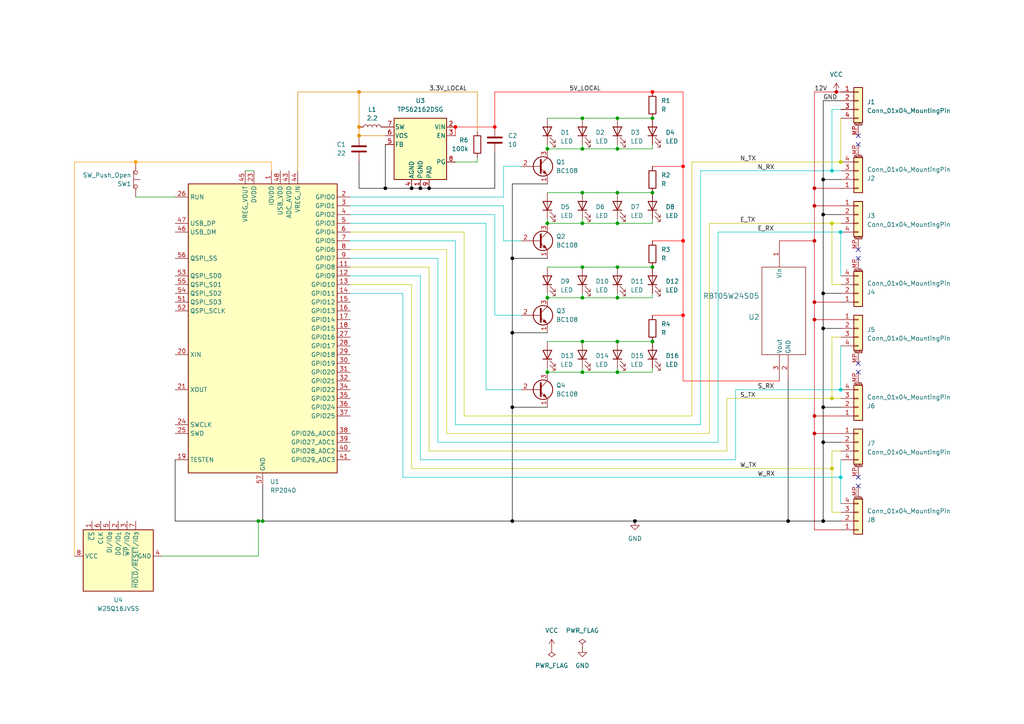
<source format=kicad_sch>
(kicad_sch (version 20250114) (generator "eeschema") (generator_version "9.0")
  (paper "A4")
  (title_block (date "2025-11-03") (rev "v0.0.1"))
  (lib_symbols
    (symbol "2025-11-06_01-25-23:RBT05W24S05" (pin_names (offset 0.254))
      (property "Reference" "U2" (at 20.32 10.16 0))
      (property "Value" "RBT05W24S05" (at 20.32 7.62 0))
      (symbol "RBT05W24S05_0_1"
        (polyline (pts (xy 7.62 5.08) (xy 7.62 -7.62)))
        (polyline (pts (xy 7.62 -7.62) (xy 33.02 -7.62)))
        (polyline (pts (xy 33.02 5.08) (xy 7.62 5.08)))
        (polyline (pts (xy 33.02 -7.62) (xy 33.02 5.08)))
      )
      (symbol "RBT05W24S05_1_1"
        (pin power_in line (at 0 0 0) (length 7.62) (name "Vin") (number "1"))
        (pin power_in line (at 40.64 0 180) (length 7.62) (name "Vout") (number "3"))
        (pin power_out line (at 40.64 -2.54 180) (length 7.62) (name "GND") (number "2"))
      )
    )
    (symbol "Connector_Generic_MountingPin:Conn_01x04_MountingPin" (pin_names (offset 1.016) (hide yes))
      (property "Reference" "J" (at 0 5.08 0))
      (property "Value" "Conn_01x04_MountingPin" (at 1.27 -7.62 0))
      (symbol "Conn_01x04_MountingPin_1_1"
        (rectangle (start -1.27 3.81) (end 1.27 -6.35) (stroke (width 0.254)) (fill (type background)))
        (rectangle (start -1.27 2.667) (end 0 2.413) (stroke (width 0.1524)))
        (rectangle (start -1.27 0.127) (end 0 -0.127) (stroke (width 0.1524)))
        (rectangle (start -1.27 -2.413) (end 0 -2.667) (stroke (width 0.1524)))
        (rectangle (start -1.27 -4.953) (end 0 -5.207) (stroke (width 0.1524)))
        (polyline (pts (xy -1.016 -7.112) (xy 1.016 -7.112)) (stroke (width 0.1524)))
        (text "Mounting" (at 0 -6.731 0) (effects (font (size 0.381 0.381))))
        (pin passive line (at -5.08 2.54 0) (length 3.81) (name "Pin_1") (number "1"))
        (pin passive line (at -5.08 0 0) (length 3.81) (name "Pin_2") (number "2"))
        (pin passive line (at -5.08 -2.54 0) (length 3.81) (name "Pin_3") (number "3"))
        (pin passive line (at -5.08 -5.08 0) (length 3.81) (name "Pin_4") (number "4"))
        (pin passive line (at 0 -10.16 90) (length 3.048) (name "MountPin") (number "MP"))
      )
    )
    (symbol "Device:C" (pin_numbers (hide yes)) (pin_names (offset 0.254))
      (property "Reference" "C" (at 0.635 2.54 0))
      (property "Value" "C" (at 0.635 -2.54 0))
      (symbol "C_0_1"
        (polyline (pts (xy -2.032 0.762) (xy 2.032 0.762)) (stroke (width 0.508)))
        (polyline (pts (xy -2.032 -0.762) (xy 2.032 -0.762)) (stroke (width 0.508)))
      )
      (symbol "C_1_1"
        (pin passive line (at 0 3.81 270) (length 2.794) (name "~") (number "1"))
        (pin passive line (at 0 -3.81 90) (length 2.794) (name "~") (number "2"))
      )
    )
    (symbol "Device:L" (pin_numbers (hide yes)) (pin_names (offset 1.016) (hide yes))
      (property "Reference" "L" (at -1.27 0 90))
      (property "Value" "L" (at 1.905 0 90))
      (symbol "L_0_1"
        (arc (start 0 2.54) (mid 0.6323 1.905) (end 0 1.27))
        (arc (start 0 1.27) (mid 0.6323 0.635) (end 0 0))
        (arc (start 0 0) (mid 0.6323 -0.635) (end 0 -1.27))
        (arc (start 0 -1.27) (mid 0.6323 -1.905) (end 0 -2.54))
      )
      (symbol "L_1_1"
        (pin passive line (at 0 3.81 270) (length 1.27) (name "1") (number "1"))
        (pin passive line (at 0 -3.81 90) (length 1.27) (name "2") (number "2"))
      )
    )
    (symbol "Device:LED" (pin_numbers (hide yes)) (pin_names (offset 1.016) (hide yes))
      (property "Reference" "D" (at 0 2.54 0))
      (property "Value" "LED" (at 0 -2.54 0))
      (symbol "LED_0_1"
        (polyline (pts (xy -3.048 -0.762) (xy -4.572 -2.286) (xy -3.81 -2.286) (xy -4.572 -2.286) (xy -4.572 -1.524)))
        (polyline (pts (xy -1.778 -0.762) (xy -3.302 -2.286) (xy -2.54 -2.286) (xy -3.302 -2.286) (xy -3.302 -1.524)))
        (polyline (pts (xy -1.27 0) (xy 1.27 0)))
        (polyline (pts (xy -1.27 -1.27) (xy -1.27 1.27)) (stroke (width 0.254)))
        (polyline (pts (xy 1.27 -1.27) (xy 1.27 1.27) (xy -1.27 0) (xy 1.27 -1.27)) (stroke (width 0.254)))
      )
      (symbol "LED_1_1"
        (pin passive line (at -3.81 0 0) (length 2.54) (name "K") (number "1"))
        (pin passive line (at 3.81 0 180) (length 2.54) (name "A") (number "2"))
      )
    )
    (symbol "Device:R" (pin_numbers (hide yes)) (pin_names (offset 0))
      (property "Reference" "R" (at 2.032 0 90))
      (property "Value" "R" (at 0 0 90))
      (symbol "R_0_1"
        (rectangle (start -1.016 -2.54) (end 1.016 2.54) (stroke (width 0.254)))
      )
      (symbol "R_1_1"
        (pin passive line (at 0 3.81 270) (length 1.27) (name "~") (number "1"))
        (pin passive line (at 0 -3.81 90) (length 1.27) (name "~") (number "2"))
      )
    )
    (symbol "MCU_RaspberryPi:RP2040"
      (property "Reference" "U" (at 17.78 45.72 0))
      (property "Value" "RP2040" (at 17.78 43.18 0))
      (symbol "RP2040_0_1"
        (rectangle (start -21.59 41.91) (end 21.59 -41.91) (stroke (width 0.254)) (fill (type background)))
      )
      (symbol "RP2040_1_1"
        (pin input line (at -25.4 38.1 0) (length 3.81) (name "RUN") (number "26"))
        (pin bidirectional line (at -25.4 30.48 0) (length 3.81) (name "USB_DP") (number "47"))
        (pin bidirectional line (at -25.4 27.94 0) (length 3.81) (name "USB_DM") (number "46"))
        (pin bidirectional line (at -25.4 20.32 0) (length 3.81) (name "QSPI_SS") (number "56"))
        (pin bidirectional line (at -25.4 15.24 0) (length 3.81) (name "QSPI_SD0") (number "53"))
        (pin bidirectional line (at -25.4 12.7 0) (length 3.81) (name "QSPI_SD1") (number "55"))
        (pin bidirectional line (at -25.4 10.16 0) (length 3.81) (name "QSPI_SD2") (number "54"))
        (pin bidirectional line (at -25.4 7.62 0) (length 3.81) (name "QSPI_SD3") (number "51"))
        (pin output line (at -25.4 5.08 0) (length 3.81) (name "QSPI_SCLK") (number "52"))
        (pin input line (at -25.4 -7.62 0) (length 3.81) (name "XIN") (number "20"))
        (pin passive line (at -25.4 -17.78 0) (length 3.81) (name "XOUT") (number "21"))
        (pin input line (at -25.4 -27.94 0) (length 3.81) (name "SWCLK") (number "24"))
        (pin bidirectional line (at -25.4 -30.48 0) (length 3.81) (name "SWD") (number "25"))
        (pin input line (at -25.4 -38.1 0) (length 3.81) (name "TESTEN") (number "19"))
        (pin power_out line (at -5.08 45.72 270) (length 3.81) (name "VREG_VOUT") (number "45"))
        (pin power_in line (at -2.54 45.72 270) (length 3.81) (name "DVDD") (number "23"))
        (pin passive line (at -2.54 45.72 270) (length 3.81) (hide yes) (name "DVDD") (number "50"))
        (pin power_in line (at 0 -45.72 90) (length 3.81) (name "GND") (number "57"))
        (pin power_in line (at 2.54 45.72 270) (length 3.81) (name "IOVDD") (number "1"))
        (pin passive line (at 2.54 45.72 270) (length 3.81) (hide yes) (name "IOVDD") (number "10"))
        (pin passive line (at 2.54 45.72 270) (length 3.81) (hide yes) (name "IOVDD") (number "22"))
        (pin passive line (at 2.54 45.72 270) (length 3.81) (hide yes) (name "IOVDD") (number "33"))
        (pin passive line (at 2.54 45.72 270) (length 3.81) (hide yes) (name "IOVDD") (number "42"))
        (pin passive line (at 2.54 45.72 270) (length 3.81) (hide yes) (name "IOVDD") (number "49"))
        (pin power_in line (at 5.08 45.72 270) (length 3.81) (name "USB_VDD") (number "48"))
        (pin power_in line (at 7.62 45.72 270) (length 3.81) (name "ADC_AVDD") (number "43"))
        (pin power_in line (at 10.16 45.72 270) (length 3.81) (name "VREG_IN") (number "44"))
        (pin bidirectional line (at 25.4 38.1 180) (length 3.81) (name "GPIO0") (number "2"))
        (pin bidirectional line (at 25.4 35.56 180) (length 3.81) (name "GPIO1") (number "3"))
        (pin bidirectional line (at 25.4 33.02 180) (length 3.81) (name "GPIO2") (number "4"))
        (pin bidirectional line (at 25.4 30.48 180) (length 3.81) (name "GPIO3") (number "5"))
        (pin bidirectional line (at 25.4 27.94 180) (length 3.81) (name "GPIO4") (number "6"))
        (pin bidirectional line (at 25.4 25.4 180) (length 3.81) (name "GPIO5") (number "7"))
        (pin bidirectional line (at 25.4 22.86 180) (length 3.81) (name "GPIO6") (number "8"))
        (pin bidirectional line (at 25.4 20.32 180) (length 3.81) (name "GPIO7") (number "9"))
        (pin bidirectional line (at 25.4 17.78 180) (length 3.81) (name "GPIO8") (number "11"))
        (pin bidirectional line (at 25.4 15.24 180) (length 3.81) (name "GPIO9") (number "12"))
        (pin bidirectional line (at 25.4 12.7 180) (length 3.81) (name "GPIO10") (number "13"))
        (pin bidirectional line (at 25.4 10.16 180) (length 3.81) (name "GPIO11") (number "14"))
        (pin bidirectional line (at 25.4 7.62 180) (length 3.81) (name "GPIO12") (number "15"))
        (pin bidirectional line (at 25.4 5.08 180) (length 3.81) (name "GPIO13") (number "16"))
        (pin bidirectional line (at 25.4 2.54 180) (length 3.81) (name "GPIO14") (number "17"))
        (pin bidirectional line (at 25.4 0 180) (length 3.81) (name "GPIO15") (number "18"))
        (pin bidirectional line (at 25.4 -2.54 180) (length 3.81) (name "GPIO16") (number "27"))
        (pin bidirectional line (at 25.4 -5.08 180) (length 3.81) (name "GPIO17") (number "28"))
        (pin bidirectional line (at 25.4 -7.62 180) (length 3.81) (name "GPIO18") (number "29"))
        (pin bidirectional line (at 25.4 -10.16 180) (length 3.81) (name "GPIO19") (number "30"))
        (pin bidirectional line (at 25.4 -12.7 180) (length 3.81) (name "GPIO20") (number "31"))
        (pin bidirectional line (at 25.4 -15.24 180) (length 3.81) (name "GPIO21") (number "32"))
        (pin bidirectional line (at 25.4 -17.78 180) (length 3.81) (name "GPIO22") (number "34"))
        (pin bidirectional line (at 25.4 -20.32 180) (length 3.81) (name "GPIO23") (number "35"))
        (pin bidirectional line (at 25.4 -22.86 180) (length 3.81) (name "GPIO24") (number "36"))
        (pin bidirectional line (at 25.4 -25.4 180) (length 3.81) (name "GPIO25") (number "37"))
        (pin bidirectional line (at 25.4 -30.48 180) (length 3.81) (name "GPIO26_ADC0") (number "38"))
        (pin bidirectional line (at 25.4 -33.02 180) (length 3.81) (name "GPIO27_ADC1") (number "39"))
        (pin bidirectional line (at 25.4 -35.56 180) (length 3.81) (name "GPIO28_ADC2") (number "40"))
        (pin bidirectional line (at 25.4 -38.1 180) (length 3.81) (name "GPIO29_ADC3") (number "41"))
      )
    )
    (symbol "Memory_Flash:W25Q16JVSS"
      (property "Reference" "U" (at -6.35 11.43 0))
      (property "Value" "W25Q16JVSS" (at 7.62 11.43 0))
      (symbol "W25Q16JVSS_0_1"
        (rectangle (start -7.62 10.16) (end 10.16 -10.16) (stroke (width 0.254)) (fill (type background)))
      )
      (symbol "W25Q16JVSS_1_1"
        (pin input line (at -10.16 7.62 0) (length 2.54) (name "~{CS}") (number "1"))
        (pin input line (at -10.16 5.08 0) (length 2.54) (name "CLK") (number "6"))
        (pin bidirectional line (at -10.16 2.54 0) (length 2.54) (name "DI/IO_{0}") (number "5"))
        (pin bidirectional line (at -10.16 0 0) (length 2.54) (name "DO/IO_{1}") (number "2"))
        (pin bidirectional line (at -10.16 -2.54 0) (length 2.54) (name "~{WP}/IO_{2}") (number "3"))
        (pin bidirectional line (at -10.16 -5.08 0) (length 2.54) (name "~{HOLD}/~{RESET}/IO_{3}") (number "7"))
        (pin power_in line (at 0 12.7 270) (length 2.54) (name "VCC") (number "8"))
        (pin power_in line (at 0 -12.7 90) (length 2.54) (name "GND") (number "4"))
      )
    )
    (symbol "Regulator_Switching:TPS62162DSG" (pin_names (offset 0.254))
      (property "Reference" "U" (at -7.62 11.43 0))
      (property "Value" "TPS62162DSG" (at -1.27 11.43 0))
      (symbol "TPS62162DSG_0_1"
        (rectangle (start -7.62 10.16) (end 7.62 -7.62) (stroke (width 0.254)) (fill (type background)))
      )
      (symbol "TPS62162DSG_1_1"
        (pin power_in line (at -10.16 7.62 0) (length 2.54) (name "VIN") (number "2"))
        (pin input line (at -10.16 5.08 0) (length 2.54) (name "EN") (number "3"))
        (pin open_collector line (at -10.16 -2.54 0) (length 2.54) (name "PG") (number "8"))
        (pin power_in line (at -2.54 -10.16 90) (length 2.54) (name "PAD") (number "9"))
        (pin power_in line (at 0 -10.16 90) (length 2.54) (name "PGND") (number "1"))
        (pin power_in line (at 2.54 -10.16 90) (length 2.54) (name "AGND") (number "4"))
        (pin output line (at 10.16 7.62 180) (length 2.54) (name "SW") (number "7"))
        (pin input line (at 10.16 5.08 180) (length 2.54) (name "VOS") (number "6"))
        (pin input line (at 10.16 2.54 180) (length 2.54) (name "FB") (number "5"))
      )
    )
    (symbol "Switch:SW_Push_Open" (pin_numbers (hide yes)) (pin_names (offset 1.016) (hide yes))
      (property "Reference" "SW" (at 0 2.54 0))
      (property "Value" "SW_Push_Open" (at 0 -1.905 0))
      (symbol "SW_Push_Open_0_1"
        (polyline (pts (xy -2.54 -0.635) (xy 2.54 -0.635)))
        (circle (center -2.032 0) (radius 0.508))
        (polyline (pts (xy 0 -0.635) (xy 0 1.27)))
        (circle (center 2.032 0) (radius 0.508))
        (pin passive line (at -5.08 0 0) (length 2.54) (name "A") (number "1"))
      )
      (symbol "SW_Push_Open_1_1"
        (pin passive line (at 5.08 0 180) (length 2.54) (name "B") (number "2"))
      )
    )
    (symbol "Transistor_BJT:BC108" (pin_names (offset 0) (hide yes))
      (property "Reference" "Q" (at 5.08 1.905 0))
      (property "Value" "BC108" (at 5.08 0 0))
      (symbol "BC108_0_1"
        (polyline (pts (xy -2.54 0) (xy 0.635 0)))
        (polyline (pts (xy 0.635 1.905) (xy 0.635 -1.905)) (stroke (width 0.508)))
        (circle (center 1.27 0) (radius 2.8194) (stroke (width 0.254)))
      )
      (symbol "BC108_1_1"
        (polyline (pts (xy 0.635 0.635) (xy 2.54 2.54)))
        (polyline (pts (xy 0.635 -0.635) (xy 2.54 -2.54)))
        (polyline (pts (xy 1.27 -1.778) (xy 1.778 -1.27) (xy 2.286 -2.286) (xy 1.27 -1.778)) (fill (type outline)))
        (pin input line (at -5.08 0 0) (length 2.54) (name "B") (number "2"))
        (pin passive line (at 2.54 5.08 270) (length 2.54) (name "C") (number "3"))
        (pin passive line (at 2.54 -5.08 90) (length 2.54) (name "E") (number "1"))
      )
    )
    (symbol "power:GND" (power) (pin_numbers (hide yes)) (pin_names (offset 0) (hide yes))
      (property "Value" "GND" (at 0 -3.81 0))
      (symbol "GND_0_1"
        (polyline (pts (xy 0 0) (xy 0 -1.27) (xy 1.27 -1.27) (xy 0 -2.54) (xy -1.27 -1.27) (xy 0 -1.27)))
      )
      (symbol "GND_1_1"
        (pin power_in line (at 0 0 270) (length 0) (name "~") (number "1"))
      )
    )
    (symbol "power:PWR_FLAG" (power) (pin_numbers (hide yes)) (pin_names (offset 0) (hide yes))
      (property "Value" "PWR_FLAG" (at 0 3.81 0))
      (symbol "PWR_FLAG_0_0"
        (pin power_out line (at 0 0 90) (length 0) (name "~") (number "1"))
      )
      (symbol "PWR_FLAG_0_1"
        (polyline (pts (xy 0 0) (xy 0 1.27) (xy -1.016 1.905) (xy 0 2.54) (xy 1.016 1.905) (xy 0 1.27)))
      )
    )
    (symbol "power:VCC" (power) (pin_numbers (hide yes)) (pin_names (offset 0) (hide yes))
      (property "Value" "VCC" (at 0 3.556 0))
      (symbol "VCC_0_1"
        (polyline (pts (xy -0.762 1.27) (xy 0 2.54)))
        (polyline (pts (xy 0 2.54) (xy 0.762 1.27)))
        (polyline (pts (xy 0 0) (xy 0 2.54)))
      )
      (symbol "VCC_1_1"
        (pin power_in line (at 0 0 90) (length 0) (name "~") (number "1"))
      )
    )
  )
  (junction (at 132.08 36.83) (color 255 0 0 1))
  (junction (at 238.76 85.09) (color 0 0 0 1))
  (junction (at 243.84 138.43) (color 0 194 194 1))
  (junction (at 168.91 77.47))
  (junction (at 158.75 43.18))
  (junction (at 74.93 151.13))
  (junction (at 179.07 55.88))
  (junction (at 228.6 151.13) (color 0 0 0 1))
  (junction (at 104.14 26.67) (color 221 133 0 1))
  (junction (at 184.15 151.13) (color 0 0 0 1))
  (junction (at 236.22 59.69) (color 194 0 0 1))
  (junction (at 179.07 86.36))
  (junction (at 189.23 77.47))
  (junction (at 119.38 54.61) (color 0 0 0 1))
  (junction (at 236.22 92.71) (color 194 0 0 1))
  (junction (at 238.76 128.27) (color 0 0 0 1))
  (junction (at 238.76 52.07) (color 0 0 0 1))
  (junction (at 148.59 118.11) (color 0 0 0 1))
  (junction (at 168.91 34.29))
  (junction (at 238.76 62.23) (color 0 0 0 1))
  (junction (at 189.23 34.29))
  (junction (at 179.07 34.29))
  (junction (at 238.76 118.11) (color 0 0 0 1))
  (junction (at 104.14 36.83) (color 221 133 0 1))
  (junction (at 158.75 107.95))
  (junction (at 236.22 125.73) (color 194 0 0 1))
  (junction (at 236.22 87.63) (color 194 0 0 1))
  (junction (at 236.22 69.85) (color 194 0 0 1))
  (junction (at 168.91 107.95))
  (junction (at 179.07 77.47))
  (junction (at 179.07 64.77))
  (junction (at 39.37 46.99) (color 255 153 0 1))
  (junction (at 241.3 135.89) (color 194 194 0 1))
  (junction (at 198.12 91.44) (color 255 0 0 1))
  (junction (at 168.91 55.88))
  (junction (at 168.91 64.77))
  (junction (at 179.07 107.95))
  (junction (at 189.23 26.67) (color 255 0 0 1))
  (junction (at 148.59 151.13) (color 0 0 0 1))
  (junction (at 198.12 69.85) (color 255 0 0 1))
  (junction (at 241.3 64.77) (color 194 194 0 1))
  (junction (at 179.07 43.18))
  (junction (at 241.3 115.57) (color 194 194 0 1))
  (junction (at 236.22 54.61) (color 194 0 0 1))
  (junction (at 76.2 151.13))
  (junction (at 104.14 39.37) (color 221 133 0 1))
  (junction (at 236.22 120.65) (color 194 0 0 1))
  (junction (at 168.91 43.18))
  (junction (at 238.76 151.13) (color 0 0 0 1))
  (junction (at 143.51 36.83) (color 255 0 0 1))
  (junction (at 189.23 55.88))
  (junction (at 179.07 99.06))
  (junction (at 242.57 26.67) (color 194 0 0 1))
  (junction (at 198.12 48.26) (color 255 0 0 1))
  (junction (at 124.46 54.61) (color 0 0 0 1))
  (junction (at 158.75 64.77))
  (junction (at 148.59 96.52) (color 0 0 0 1))
  (junction (at 168.91 86.36))
  (junction (at 243.84 67.31) (color 0 194 194 1))
  (junction (at 158.75 86.36))
  (junction (at 168.91 99.06))
  (junction (at 189.23 99.06))
  (junction (at 111.76 54.61) (color 0 0 0 1))
  (junction (at 241.3 49.53) (color 0 194 194 1))
  (junction (at 243.84 113.03) (color 0 194 194 1))
  (junction (at 243.84 46.99) (color 194 194 0 1))
  (junction (at 121.92 54.61) (color 0 0 0 1))
  (junction (at 148.59 74.93) (color 0 0 0 1))
  (junction (at 238.76 95.25) (color 0 0 0 1))
  (no_connect (at 248.92 107.95))
  (no_connect (at 248.92 72.39))
  (no_connect (at 248.92 105.41))
  (no_connect (at 248.92 138.43))
  (no_connect (at 248.92 41.91))
  (no_connect (at 248.92 74.93))
  (no_connect (at 248.92 39.37))
  (no_connect (at 248.92 140.97))
  (wire (pts (xy 210.82 115.57) (xy 241.3 115.57)) (stroke (width 0) (color 194 194 0 1)))
  (wire (pts (xy 143.51 91.44) (xy 143.51 62.23)) (stroke (width 0) (color 0 194 194 1)))
  (wire (pts (xy 127 74.93) (xy 127 128.27)) (stroke (width 0) (color 0 194 194 1)))
  (wire (pts (xy 184.15 151.13) (xy 228.6 151.13)) (stroke (width 0) (color 0 0 0 1)))
  (wire (pts (xy 146.05 59.69) (xy 146.05 69.85)) (stroke (width 0) (color 0 194 194 1)))
  (wire (pts (xy 189.23 86.36) (xy 189.23 85.09)))
  (wire (pts (xy 241.3 49.53) (xy 243.84 49.53)) (stroke (width 0) (color 0 194 194 1)))
  (wire (pts (xy 198.12 69.85) (xy 198.12 91.44)) (stroke (width 0) (color 255 0 0 1)))
  (wire (pts (xy 243.84 138.43) (xy 116.84 138.43)) (stroke (width 0) (color 0 194 194 1)))
  (wire (pts (xy 168.91 64.77) (xy 179.07 64.77)))
  (wire (pts (xy 238.76 85.09) (xy 238.76 95.25)) (stroke (width 0) (color 0 0 0 1)))
  (wire (pts (xy 236.22 92.71) (xy 243.84 92.71)) (stroke (width 0) (color 194 0 0 1)))
  (wire (pts (xy 213.36 133.35) (xy 121.92 133.35)) (stroke (width 0) (color 0 194 194 1)))
  (wire (pts (xy 236.22 87.63) (xy 236.22 92.71)) (stroke (width 0) (color 194 0 0 1)))
  (wire (pts (xy 71.12 49.53) (xy 73.66 49.53)))
  (wire (pts (xy 129.54 125.73) (xy 129.54 72.39)) (stroke (width 0) (color 194 194 0 1)))
  (wire (pts (xy 189.23 107.95) (xy 189.23 106.68)))
  (wire (pts (xy 238.76 85.09) (xy 243.84 85.09)) (stroke (width 0) (color 0 0 0 1)))
  (wire (pts (xy 236.22 120.65) (xy 243.84 120.65)) (stroke (width 0) (color 194 0 0 1)))
  (wire (pts (xy 158.75 55.88) (xy 168.91 55.88)))
  (wire (pts (xy 148.59 118.11) (xy 148.59 151.13)) (stroke (width 0) (color 0 0 0 1)))
  (wire (pts (xy 179.07 41.91) (xy 179.07 43.18)))
  (wire (pts (xy 179.07 34.29) (xy 189.23 34.29)))
  (wire (pts (xy 78.74 49.53) (xy 78.74 46.99)) (stroke (width 0) (color 255 153 0 1)))
  (wire (pts (xy 158.75 74.93) (xy 148.59 74.93)) (stroke (width 0) (color 0 0 0 1)))
  (wire (pts (xy 238.76 118.11) (xy 238.76 128.27)) (stroke (width 0) (color 0 0 0 1)))
  (wire (pts (xy 119.38 82.55) (xy 101.6 82.55)) (stroke (width 0) (color 194 194 0 1)))
  (wire (pts (xy 168.91 41.91) (xy 168.91 43.18)))
  (wire (pts (xy 228.6 110.49) (xy 228.6 151.13)) (stroke (width 0) (color 0 0 0 1)))
  (wire (pts (xy 104.14 54.61) (xy 111.76 54.61)) (stroke (width 0) (color 0 0 0 1)))
  (wire (pts (xy 241.3 130.81) (xy 241.3 135.89)) (stroke (width 0) (color 194 194 0 1)))
  (wire (pts (xy 76.2 140.97) (xy 76.2 151.13)) (stroke (width 0) (color 0 0 0 1)))
  (wire (pts (xy 241.3 49.53) (xy 241.3 31.75)) (stroke (width 0) (color 0 194 194 1)))
  (wire (pts (xy 236.22 69.85) (xy 236.22 87.63)) (stroke (width 0) (color 194 0 0 1)))
  (wire (pts (xy 238.76 118.11) (xy 243.84 118.11)) (stroke (width 0) (color 0 0 0 1)))
  (wire (pts (xy 146.05 48.26) (xy 146.05 57.15)) (stroke (width 0) (color 0 194 194 1)))
  (wire (pts (xy 243.84 46.99) (xy 243.84 34.29)) (stroke (width 0) (color 194 194 0 1)))
  (wire (pts (xy 179.07 64.77) (xy 189.23 64.77)))
  (wire (pts (xy 101.6 64.77) (xy 140.97 64.77)) (stroke (width 0) (color 0 194 194 1)))
  (wire (pts (xy 21.59 46.99) (xy 21.59 161.29)) (stroke (width 0) (color 255 153 0 1)))
  (wire (pts (xy 179.07 85.09) (xy 179.07 86.36)))
  (wire (pts (xy 168.91 55.88) (xy 179.07 55.88)))
  (wire (pts (xy 236.22 59.69) (xy 243.84 59.69)) (stroke (width 0) (color 194 0 0 1)))
  (wire (pts (xy 158.75 99.06) (xy 168.91 99.06)))
  (wire (pts (xy 148.59 96.52) (xy 158.75 96.52)) (stroke (width 0) (color 0 0 0 1)))
  (wire (pts (xy 205.74 125.73) (xy 129.54 125.73)) (stroke (width 0) (color 194 194 0 1)))
  (wire (pts (xy 243.84 97.79) (xy 241.3 97.79)) (stroke (width 0) (color 194 194 0 1)))
  (wire (pts (xy 238.76 62.23) (xy 238.76 85.09)) (stroke (width 0) (color 0 0 0 1)))
  (wire (pts (xy 243.84 46.99) (xy 200.66 46.99)) (stroke (width 0) (color 194 194 0 1)))
  (wire (pts (xy 236.22 26.67) (xy 236.22 54.61)) (stroke (width 0) (color 194 0 0 1)))
  (wire (pts (xy 241.3 135.89) (xy 119.38 135.89)) (stroke (width 0) (color 194 194 0 1)))
  (wire (pts (xy 143.51 26.67) (xy 143.51 36.83)) (stroke (width 0) (color 255 0 0 1)))
  (wire (pts (xy 243.84 31.75) (xy 241.3 31.75)) (stroke (width 0) (color 0 194 194 1)))
  (wire (pts (xy 50.8 57.15) (xy 39.37 57.15)))
  (wire (pts (xy 78.74 46.99) (xy 39.37 46.99)) (stroke (width 0) (color 255 153 0 1)))
  (wire (pts (xy 104.14 46.99) (xy 104.14 54.61)) (stroke (width 0) (color 0 0 0 1)))
  (wire (pts (xy 121.92 133.35) (xy 121.92 80.01)) (stroke (width 0) (color 0 194 194 1)))
  (wire (pts (xy 243.84 100.33) (xy 243.84 113.03)) (stroke (width 0) (color 0 194 194 1)))
  (wire (pts (xy 189.23 43.18) (xy 189.23 41.91)))
  (wire (pts (xy 138.43 46.99) (xy 132.08 46.99)))
  (wire (pts (xy 189.23 64.77) (xy 189.23 63.5)))
  (wire (pts (xy 236.22 92.71) (xy 236.22 120.65)) (stroke (width 0) (color 194 0 0 1)))
  (wire (pts (xy 104.14 39.37) (xy 111.76 39.37)) (stroke (width 0) (color 221 133 0 1)))
  (wire (pts (xy 101.6 67.31) (xy 134.62 67.31)) (stroke (width 0) (color 194 194 0 1)))
  (wire (pts (xy 148.59 118.11) (xy 158.75 118.11)) (stroke (width 0) (color 0 0 0 1)))
  (wire (pts (xy 119.38 135.89) (xy 119.38 82.55)) (stroke (width 0) (color 194 194 0 1)))
  (wire (pts (xy 236.22 59.69) (xy 236.22 69.85)) (stroke (width 0) (color 194 0 0 1)))
  (wire (pts (xy 86.36 26.67) (xy 104.14 26.67)) (stroke (width 0) (color 221 133 0 1)))
  (wire (pts (xy 208.28 128.27) (xy 208.28 67.31)) (stroke (width 0) (color 0 194 194 1)))
  (wire (pts (xy 236.22 125.73) (xy 236.22 153.67)) (stroke (width 0) (color 194 0 0 1)))
  (wire (pts (xy 241.3 148.59) (xy 243.84 148.59)) (stroke (width 0) (color 194 194 0 1)))
  (wire (pts (xy 50.8 133.35) (xy 50.8 151.13)) (stroke (width 0) (color 0 0 0 1)))
  (wire (pts (xy 243.84 29.21) (xy 238.76 29.21)) (stroke (width 0) (color 0 0 0 1)))
  (wire (pts (xy 210.82 115.57) (xy 210.82 130.81)) (stroke (width 0) (color 194 194 0 1)))
  (wire (pts (xy 243.84 138.43) (xy 243.84 146.05)) (stroke (width 0) (color 0 194 194 1)))
  (wire (pts (xy 76.2 151.13) (xy 74.93 151.13)) (stroke (width 0) (color 0 0 0 1)))
  (wire (pts (xy 236.22 87.63) (xy 243.84 87.63)) (stroke (width 0) (color 194 0 0 1)))
  (wire (pts (xy 101.6 62.23) (xy 143.51 62.23)) (stroke (width 0) (color 0 194 194 1)))
  (wire (pts (xy 189.23 26.67) (xy 198.12 26.67)) (stroke (width 0) (color 255 0 0 1)))
  (wire (pts (xy 158.75 64.77) (xy 168.91 64.77)))
  (wire (pts (xy 158.75 63.5) (xy 158.75 64.77)))
  (wire (pts (xy 111.76 54.61) (xy 119.38 54.61)) (stroke (width 0) (color 0 0 0 1)))
  (wire (pts (xy 21.59 46.99) (xy 39.37 46.99)) (stroke (width 0) (color 255 153 0 1)))
  (wire (pts (xy 121.92 54.61) (xy 124.46 54.61)) (stroke (width 0) (color 0 0 0 1)))
  (wire (pts (xy 111.76 41.91) (xy 111.76 54.61)) (stroke (width 0) (color 0 0 0 1)))
  (wire (pts (xy 138.43 26.67) (xy 138.43 38.1)) (stroke (width 0) (color 221 133 0 1)))
  (wire (pts (xy 143.51 44.45) (xy 143.51 54.61)) (stroke (width 0) (color 0 0 0 1)))
  (wire (pts (xy 179.07 86.36) (xy 189.23 86.36)))
  (wire (pts (xy 146.05 69.85) (xy 151.13 69.85)) (stroke (width 0) (color 0 194 194 1)))
  (wire (pts (xy 200.66 46.99) (xy 200.66 120.65)) (stroke (width 0) (color 194 194 0 1)))
  (wire (pts (xy 121.92 80.01) (xy 101.6 80.01)) (stroke (width 0) (color 0 194 194 1)))
  (wire (pts (xy 86.36 26.67) (xy 86.36 49.53)) (stroke (width 0) (color 221 133 0 1)))
  (wire (pts (xy 134.62 67.31) (xy 134.62 120.65)) (stroke (width 0) (color 194 194 0 1)))
  (wire (pts (xy 158.75 43.18) (xy 168.91 43.18)))
  (wire (pts (xy 168.91 34.29) (xy 179.07 34.29)))
  (wire (pts (xy 241.3 64.77) (xy 205.74 64.77)) (stroke (width 0) (color 194 194 0 1)))
  (wire (pts (xy 168.91 99.06) (xy 179.07 99.06)))
  (wire (pts (xy 168.91 43.18) (xy 179.07 43.18)))
  (wire (pts (xy 238.76 95.25) (xy 243.84 95.25)) (stroke (width 0) (color 0 0 0 1)))
  (wire (pts (xy 158.75 41.91) (xy 158.75 43.18)))
  (wire (pts (xy 129.54 72.39) (xy 101.6 72.39)) (stroke (width 0) (color 194 194 0 1)))
  (wire (pts (xy 241.3 64.77) (xy 241.3 82.55)) (stroke (width 0) (color 194 194 0 1)))
  (wire (pts (xy 208.28 67.31) (xy 243.84 67.31)) (stroke (width 0) (color 0 194 194 1)))
  (wire (pts (xy 241.3 49.53) (xy 203.2 49.53)) (stroke (width 0) (color 0 194 194 1)))
  (wire (pts (xy 200.66 120.65) (xy 134.62 120.65)) (stroke (width 0) (color 194 194 0 1)))
  (wire (pts (xy 198.12 26.67) (xy 198.12 48.26)) (stroke (width 0) (color 255 0 0 1)))
  (wire (pts (xy 236.22 54.61) (xy 243.84 54.61)) (stroke (width 0) (color 194 0 0 1)))
  (wire (pts (xy 50.8 151.13) (xy 74.93 151.13)) (stroke (width 0) (color 0 0 0 1)))
  (wire (pts (xy 104.14 39.37) (xy 104.14 36.83)) (stroke (width 0) (color 221 133 0 1)))
  (wire (pts (xy 138.43 26.67) (xy 104.14 26.67)) (stroke (width 0) (color 221 133 0 1)))
  (wire (pts (xy 238.76 128.27) (xy 238.76 151.13)) (stroke (width 0) (color 0 0 0 1)))
  (wire (pts (xy 116.84 85.09) (xy 101.6 85.09)) (stroke (width 0) (color 0 194 194 1)))
  (wire (pts (xy 241.3 97.79) (xy 241.3 115.57)) (stroke (width 0) (color 194 194 0 1)))
  (wire (pts (xy 238.76 128.27) (xy 243.84 128.27)) (stroke (width 0) (color 0 0 0 1)))
  (wire (pts (xy 168.91 106.68) (xy 168.91 107.95)))
  (wire (pts (xy 238.76 52.07) (xy 238.76 62.23)) (stroke (width 0) (color 0 0 0 1)))
  (wire (pts (xy 236.22 120.65) (xy 236.22 125.73)) (stroke (width 0) (color 194 0 0 1)))
  (wire (pts (xy 140.97 64.77) (xy 140.97 113.03)) (stroke (width 0) (color 0 194 194 1)))
  (wire (pts (xy 179.07 43.18) (xy 189.23 43.18)))
  (wire (pts (xy 179.07 107.95) (xy 189.23 107.95)))
  (wire (pts (xy 124.46 77.47) (xy 101.6 77.47)) (stroke (width 0) (color 194 194 0 1)))
  (wire (pts (xy 158.75 106.68) (xy 158.75 107.95)))
  (wire (pts (xy 116.84 138.43) (xy 116.84 85.09)) (stroke (width 0) (color 0 194 194 1)))
  (wire (pts (xy 76.2 151.13) (xy 148.59 151.13)) (stroke (width 0) (color 0 0 0 1)))
  (wire (pts (xy 189.23 48.26) (xy 198.12 48.26)) (stroke (width 0) (color 255 0 0 1)))
  (wire (pts (xy 158.75 77.47) (xy 168.91 77.47)))
  (wire (pts (xy 101.6 59.69) (xy 146.05 59.69)) (stroke (width 0) (color 0 194 194 1)))
  (wire (pts (xy 203.2 123.19) (xy 132.08 123.19)) (stroke (width 0) (color 0 194 194 1)))
  (wire (pts (xy 243.84 64.77) (xy 241.3 64.77)) (stroke (width 0) (color 194 194 0 1)))
  (wire (pts (xy 168.91 63.5) (xy 168.91 64.77)))
  (wire (pts (xy 158.75 53.34) (xy 148.59 53.34)) (stroke (width 0) (color 0 0 0 1)))
  (wire (pts (xy 236.22 54.61) (xy 236.22 59.69)) (stroke (width 0) (color 194 0 0 1)))
  (wire (pts (xy 243.84 133.35) (xy 243.84 138.43)) (stroke (width 0) (color 0 194 194 1)))
  (wire (pts (xy 151.13 48.26) (xy 146.05 48.26)) (stroke (width 0) (color 0 194 194 1)))
  (wire (pts (xy 198.12 110.49) (xy 226.06 110.49)) (stroke (width 0) (color 255 0 0 1)))
  (wire (pts (xy 198.12 48.26) (xy 198.12 69.85)) (stroke (width 0) (color 255 0 0 1)))
  (wire (pts (xy 238.76 95.25) (xy 238.76 118.11)) (stroke (width 0) (color 0 0 0 1)))
  (wire (pts (xy 241.3 115.57) (xy 243.84 115.57)) (stroke (width 0) (color 194 194 0 1)))
  (wire (pts (xy 203.2 49.53) (xy 203.2 123.19)) (stroke (width 0) (color 0 194 194 1)))
  (wire (pts (xy 104.14 26.67) (xy 104.14 36.83)) (stroke (width 0) (color 221 133 0 1)))
  (wire (pts (xy 179.07 55.88) (xy 189.23 55.88)))
  (wire (pts (xy 140.97 113.03) (xy 151.13 113.03)) (stroke (width 0) (color 0 194 194 1)))
  (wire (pts (xy 238.76 151.13) (xy 243.84 151.13)) (stroke (width 0) (color 0 0 0 1)))
  (wire (pts (xy 148.59 74.93) (xy 148.59 96.52)) (stroke (width 0) (color 0 0 0 1)))
  (wire (pts (xy 213.36 113.03) (xy 243.84 113.03)) (stroke (width 0) (color 0 194 194 1)))
  (wire (pts (xy 132.08 36.83) (xy 132.08 39.37)) (stroke (width 0) (color 255 0 0 1)))
  (wire (pts (xy 238.76 52.07) (xy 243.84 52.07)) (stroke (width 0) (color 0 0 0 1)))
  (wire (pts (xy 236.22 125.73) (xy 243.84 125.73)) (stroke (width 0) (color 194 0 0 1)))
  (wire (pts (xy 143.51 26.67) (xy 189.23 26.67)) (stroke (width 0) (color 255 0 0 1)))
  (wire (pts (xy 124.46 54.61) (xy 143.51 54.61)) (stroke (width 0) (color 0 0 0 1)))
  (wire (pts (xy 74.93 161.29) (xy 74.93 151.13)))
  (wire (pts (xy 241.3 82.55) (xy 243.84 82.55)) (stroke (width 0) (color 194 194 0 1)))
  (wire (pts (xy 243.84 67.31) (xy 243.84 80.01)) (stroke (width 0) (color 0 194 194 1)))
  (wire (pts (xy 148.59 53.34) (xy 148.59 74.93)) (stroke (width 0) (color 0 0 0 1)))
  (wire (pts (xy 158.75 34.29) (xy 168.91 34.29)))
  (wire (pts (xy 205.74 64.77) (xy 205.74 125.73)) (stroke (width 0) (color 194 194 0 1)))
  (wire (pts (xy 148.59 151.13) (xy 184.15 151.13)) (stroke (width 0) (color 0 0 0 1)))
  (wire (pts (xy 226.06 69.85) (xy 236.22 69.85)) (stroke (width 0) (color 194 0 0 1)))
  (wire (pts (xy 158.75 107.95) (xy 168.91 107.95)))
  (wire (pts (xy 179.07 77.47) (xy 189.23 77.47)))
  (wire (pts (xy 146.05 57.15) (xy 101.6 57.15)) (stroke (width 0) (color 0 194 194 1)))
  (wire (pts (xy 238.76 62.23) (xy 243.84 62.23)) (stroke (width 0) (color 0 0 0 1)))
  (wire (pts (xy 179.07 106.68) (xy 179.07 107.95)))
  (wire (pts (xy 210.82 130.81) (xy 124.46 130.81)) (stroke (width 0) (color 194 194 0 1)))
  (wire (pts (xy 189.23 69.85) (xy 198.12 69.85)) (stroke (width 0) (color 255 0 0 1)))
  (wire (pts (xy 179.07 63.5) (xy 179.07 64.77)))
  (wire (pts (xy 158.75 86.36) (xy 168.91 86.36)))
  (wire (pts (xy 242.57 26.67) (xy 243.84 26.67)) (stroke (width 0) (color 194 0 0 1)))
  (wire (pts (xy 168.91 107.95) (xy 179.07 107.95)))
  (wire (pts (xy 228.6 151.13) (xy 238.76 151.13)) (stroke (width 0) (color 0 0 0 1)))
  (wire (pts (xy 127 128.27) (xy 208.28 128.27)) (stroke (width 0) (color 0 194 194 1)))
  (wire (pts (xy 198.12 91.44) (xy 189.23 91.44)) (stroke (width 0) (color 255 0 0 1)))
  (wire (pts (xy 236.22 26.67) (xy 242.57 26.67)) (stroke (width 0) (color 194 0 0 1)))
  (wire (pts (xy 236.22 153.67) (xy 243.84 153.67)) (stroke (width 0) (color 194 0 0 1)))
  (wire (pts (xy 179.07 99.06) (xy 189.23 99.06)))
  (wire (pts (xy 101.6 74.93) (xy 127 74.93)) (stroke (width 0) (color 0 194 194 1)))
  (wire (pts (xy 101.6 69.85) (xy 132.08 69.85)) (stroke (width 0) (color 0 194 194 1)))
  (wire (pts (xy 46.99 161.29) (xy 74.93 161.29)))
  (wire (pts (xy 198.12 91.44) (xy 198.12 110.49)) (stroke (width 0) (color 255 0 0 1)))
  (wire (pts (xy 243.84 130.81) (xy 241.3 130.81)) (stroke (width 0) (color 194 194 0 1)))
  (wire (pts (xy 151.13 91.44) (xy 143.51 91.44)) (stroke (width 0) (color 0 194 194 1)))
  (wire (pts (xy 168.91 77.47) (xy 179.07 77.47)))
  (wire (pts (xy 132.08 36.83) (xy 143.51 36.83)) (stroke (width 0) (color 255 0 0 1)))
  (wire (pts (xy 168.91 86.36) (xy 179.07 86.36)))
  (wire (pts (xy 148.59 96.52) (xy 148.59 118.11)) (stroke (width 0) (color 0 0 0 1)))
  (wire (pts (xy 138.43 45.72) (xy 138.43 46.99)))
  (wire (pts (xy 119.38 54.61) (xy 121.92 54.61)) (stroke (width 0) (color 0 0 0 1)))
  (wire (pts (xy 238.76 29.21) (xy 238.76 52.07)) (stroke (width 0) (color 0 0 0 1)))
  (wire (pts (xy 124.46 130.81) (xy 124.46 77.47)) (stroke (width 0) (color 194 194 0 1)))
  (wire (pts (xy 241.3 135.89) (xy 241.3 148.59)) (stroke (width 0) (color 194 194 0 1)))
  (wire (pts (xy 168.91 85.09) (xy 168.91 86.36)))
  (wire (pts (xy 132.08 123.19) (xy 132.08 69.85)) (stroke (width 0) (color 0 194 194 1)))
  (wire (pts (xy 213.36 113.03) (xy 213.36 133.35)) (stroke (width 0) (color 0 194 194 1)))
  (wire (pts (xy 158.75 85.09) (xy 158.75 86.36)))
  (label "N_TX" (at 214.63 46.99 0))
  (label "E_TX" (at 214.63 64.77 0))
  (label "W_RX" (at 219.71 138.43 0))
  (label "5V_LOCAL" (at 165.1 26.67 0))
  (label "3.3V_LOCAL" (at 124.46 26.67 0))
  (label "GND" (at 238.76 29.21 0))
  (label "W_TX" (at 214.63 135.89 0))
  (label "12V" (at 236.22 26.67 0))
  (label "N_RX" (at 219.71 49.53 0))
  (label "S_RX" (at 219.71 113.03 0))
  (label "E_RX" (at 219.71 67.31 0))
  (label "S_TX" (at 214.63 115.57 0))
  (symbol (lib_id "Device:R") (at 189.23 95.25 0) (unit 1)
    (property "Reference" "R4" (at 191.77 93.9799 0) (effects (justify left)))
    (property "Value" "R" (at 191.77 96.5199 0) (effects (justify left)))
    (property "Description" "Resistor" (effects (hide yes)))
  )
  (symbol (lib_id "Device:LED") (at 179.07 38.1 90) (unit 1)
    (property "Reference" "D3" (at 182.88 38.4174 90) (effects (justify right)))
    (property "Value" "LED" (at 182.88 40.9574 90) (effects (justify right)))
    (property "Description" "Light emitting diode" (effects (hide yes)))
    (property "Sim.Pins" "1=K 2=A" (effects (hide yes)))
  )
  (symbol (lib_id "power:GND") (at 168.91 187.96 0) (unit 1)
    (property "Reference" "#PWR03" (effects (hide yes)))
    (property "Value" "GND" (at 168.91 193.04 0))
    (property "Description" "Power symbol creates a global label with name \"GND\" , ground" (effects (hide yes)))
  )
  (symbol (lib_id "Device:LED") (at 168.91 38.1 90) (unit 1)
    (property "Reference" "D2" (at 172.72 38.4174 90) (effects (justify right)))
    (property "Value" "LED" (at 172.72 40.9574 90) (effects (justify right)))
    (property "Description" "Light emitting diode" (effects (hide yes)))
    (property "Sim.Pins" "1=K 2=A" (effects (hide yes)))
  )
  (symbol (lib_id "Device:C") (at 104.14 43.18 0) (mirror y) (unit 1)
    (property "Reference" "C1" (at 100.33 41.9099 0) (effects (justify left)))
    (property "Value" "22" (at 100.33 44.4499 0) (effects (justify left)))
    (property "Description" "Unpolarized capacitor" (effects (hide yes)))
  )
  (symbol (lib_id "Device:C") (at 143.51 40.64 180) (unit 1)
    (property "Reference" "C2" (at 147.32 39.3699 0) (effects (justify right)))
    (property "Value" "10" (at 147.32 41.9099 0) (effects (justify right)))
    (property "Description" "Unpolarized capacitor" (effects (hide yes)))
  )
  (symbol (lib_id "Regulator_Switching:TPS62162DSG") (at 121.92 44.45 0) (mirror y) (unit 1)
    (property "Reference" "U3" (at 121.92 29.21 0))
    (property "Value" "TPS62162DSG" (at 121.92 31.75 0))
    (property "Footprint" "Package_SON:WSON-8-1EP_2x2mm_P0.5mm_EP0.9x1.6mm_ThermalVias" (effects (hide yes)))
    (property "Datasheet" "http://www.ti.com/lit/ds/symlink/tps62160.pdf" (effects (hide yes)))
    (property "Description" "1A Step-Down Converter with DCS-Control, fixed 3.3V output, 3-17V input voltage, WSON-8" (effects (hide yes)))
  )
  (symbol (lib_id "Transistor_BJT:BC108") (at 156.21 113.03 0) (unit 1)
    (property "Reference" "Q4" (at 161.29 111.7599 0) (effects (justify left)))
    (property "Value" "BC108" (at 161.29 114.2999 0) (effects (justify left)))
    (property "Footprint" "Package_TO_SOT_THT:TO-18-3" (effects (hide yes)))
    (property "Datasheet" "http://www.b-kainka.de/Daten/Transistor/BC108.pdf" (effects (hide yes)))
    (property "Description" "0.1A Ic, 30V Vce, Low Noise General Purpose NPN Transistor, TO-18" (effects (hide yes)))
  )
  (symbol (lib_id "Device:R") (at 189.23 52.07 0) (unit 1)
    (property "Reference" "R2" (at 191.77 50.7999 0) (effects (justify left)))
    (property "Value" "R" (at 191.77 53.3399 0) (effects (justify left)))
    (property "Description" "Resistor" (effects (hide yes)))
  )
  (symbol (lib_id "Device:LED") (at 168.91 59.69 90) (unit 1)
    (property "Reference" "D6" (at 172.72 60.0074 90) (effects (justify right)))
    (property "Value" "LED" (at 172.72 62.5474 90) (effects (justify right)))
    (property "Description" "Light emitting diode" (effects (hide yes)))
    (property "Sim.Pins" "1=K 2=A" (effects (hide yes)))
  )
  (symbol (lib_id "Device:LED") (at 158.75 59.69 90) (unit 1)
    (property "Reference" "D5" (at 162.56 60.0074 90) (effects (justify right)))
    (property "Value" "LED" (at 162.56 62.5474 90) (effects (justify right)))
    (property "Description" "Light emitting diode" (effects (hide yes)))
    (property "Sim.Pins" "1=K 2=A" (effects (hide yes)))
  )
  (symbol (lib_id "Memory_Flash:W25Q16JVSS") (at 34.29 161.29 90) (mirror x) (unit 1)
    (property "Reference" "U4" (at 34.29 173.99 90))
    (property "Value" "W25Q16JVSS" (at 34.29 176.53 90))
    (property "Footprint" "Package_SO:SOIC-8_5.3x5.3mm_P1.27mm" (effects (hide yes)))
    (property "Datasheet" "https://www.winbond.com/hq/support/documentation/levelOne.jsp?__locale=en&DocNo=DA00-W25Q16JV.1" (effects (hide yes)))
    (property "Description" "16Mbit / 2MiB Serial Flash Memory, Standard/Dual/Quad SPI, 2.7-3.6V, SOIC-8 (208 mil)" (effects (hide yes)))
  )
  (symbol (lib_id "Connector_Generic_MountingPin:Conn_01x04_MountingPin") (at 248.92 151.13 0) (mirror x) (unit 1)
    (property "Reference" "J8" (at 251.46 150.7745 0) (effects (justify left)))
    (property "Value" "Conn_01x04_MountingPin" (at 251.46 148.2345 0) (effects (justify left)))
    (property "Description" "Generic connectable mounting pin connector, single row, 01x04, script generated (kicad-library-utils/schlib/autogen/connector/)" (effects (hide yes)))
  )
  (symbol (lib_id "Device:LED") (at 179.07 102.87 90) (unit 1)
    (property "Reference" "D15" (at 182.88 103.1874 90) (effects (justify right)))
    (property "Value" "LED" (at 182.88 105.7274 90) (effects (justify right)))
    (property "Description" "Light emitting diode" (effects (hide yes)))
    (property "Sim.Pins" "1=K 2=A" (effects (hide yes)))
  )
  (symbol (lib_id "Connector_Generic_MountingPin:Conn_01x04_MountingPin") (at 248.92 95.25 0) (unit 1)
    (property "Reference" "J5" (at 251.46 95.6055 0) (effects (justify left)))
    (property "Value" "Conn_01x04_MountingPin" (at 251.46 98.1455 0) (effects (justify left)))
    (property "Description" "Generic connectable mounting pin connector, single row, 01x04, script generated (kicad-library-utils/schlib/autogen/connector/)" (effects (hide yes)))
  )
  (symbol (lib_id "Transistor_BJT:BC108") (at 156.21 91.44 0) (unit 1)
    (property "Reference" "Q3" (at 161.29 90.1699 0) (effects (justify left)))
    (property "Value" "BC108" (at 161.29 92.7099 0) (effects (justify left)))
    (property "Footprint" "Package_TO_SOT_THT:TO-18-3" (effects (hide yes)))
    (property "Datasheet" "http://www.b-kainka.de/Daten/Transistor/BC108.pdf" (effects (hide yes)))
    (property "Description" "0.1A Ic, 30V Vce, Low Noise General Purpose NPN Transistor, TO-18" (effects (hide yes)))
  )
  (symbol (lib_id "Device:LED") (at 158.75 38.1 90) (unit 1)
    (property "Reference" "D1" (at 162.56 38.4174 90) (effects (justify right)))
    (property "Value" "LED" (at 162.56 40.9574 90) (effects (justify right)))
    (property "Description" "Light emitting diode" (effects (hide yes)))
    (property "Sim.Pins" "1=K 2=A" (effects (hide yes)))
  )
  (symbol (lib_id "Device:LED") (at 179.07 59.69 90) (unit 1)
    (property "Reference" "D7" (at 182.88 60.0074 90) (effects (justify right)))
    (property "Value" "LED" (at 182.88 62.5474 90) (effects (justify right)))
    (property "Description" "Light emitting diode" (effects (hide yes)))
    (property "Sim.Pins" "1=K 2=A" (effects (hide yes)))
  )
  (symbol (lib_id "Device:LED") (at 189.23 38.1 90) (unit 1)
    (property "Reference" "D4" (at 193.04 38.4174 90) (effects (justify right)))
    (property "Value" "LED" (at 193.04 40.9574 90) (effects (justify right)))
    (property "Description" "Light emitting diode" (effects (hide yes)))
    (property "Sim.Pins" "1=K 2=A" (effects (hide yes)))
  )
  (symbol (lib_id "power:PWR_FLAG") (at 160.02 187.96 0) (mirror x) (unit 1)
    (property "Reference" "#FLG02" (effects (hide yes)))
    (property "Value" "PWR_FLAG" (at 160.02 193.04 0))
    (property "Description" "Special symbol for telling ERC where power comes from" (effects (hide yes)))
  )
  (symbol (lib_id "Device:LED") (at 158.75 102.87 90) (unit 1)
    (property "Reference" "D13" (at 162.56 103.1874 90) (effects (justify right)))
    (property "Value" "LED" (at 162.56 105.7274 90) (effects (justify right)))
    (property "Description" "Light emitting diode" (effects (hide yes)))
    (property "Sim.Pins" "1=K 2=A" (effects (hide yes)))
  )
  (symbol (lib_id "Device:LED") (at 158.75 81.28 90) (unit 1)
    (property "Reference" "D9" (at 162.56 81.5974 90) (effects (justify right)))
    (property "Value" "LED" (at 162.56 84.1374 90) (effects (justify right)))
    (property "Description" "Light emitting diode" (effects (hide yes)))
    (property "Sim.Pins" "1=K 2=A" (effects (hide yes)))
  )
  (symbol (lib_id "Device:LED") (at 189.23 81.28 90) (unit 1)
    (property "Reference" "D12" (at 193.04 81.5974 90) (effects (justify right)))
    (property "Value" "LED" (at 193.04 84.1374 90) (effects (justify right)))
    (property "Description" "Light emitting diode" (effects (hide yes)))
    (property "Sim.Pins" "1=K 2=A" (effects (hide yes)))
  )
  (symbol (lib_id "Connector_Generic_MountingPin:Conn_01x04_MountingPin") (at 248.92 85.09 0) (mirror x) (unit 1)
    (property "Reference" "J4" (at 251.46 84.7345 0) (effects (justify left)))
    (property "Value" "Conn_01x04_MountingPin" (at 251.46 82.1945 0) (effects (justify left)))
    (property "Description" "Generic connectable mounting pin connector, single row, 01x04, script generated (kicad-library-utils/schlib/autogen/connector/)" (effects (hide yes)))
  )
  (symbol (lib_id "Device:LED") (at 179.07 81.28 90) (unit 1)
    (property "Reference" "D11" (at 182.88 81.5974 90) (effects (justify right)))
    (property "Value" "LED" (at 182.88 84.1374 90) (effects (justify right)))
    (property "Description" "Light emitting diode" (effects (hide yes)))
    (property "Sim.Pins" "1=K 2=A" (effects (hide yes)))
  )
  (symbol (lib_id "Device:LED") (at 168.91 102.87 90) (unit 1)
    (property "Reference" "D14" (at 172.72 103.1874 90) (effects (justify right)))
    (property "Value" "LED" (at 172.72 105.7274 90) (effects (justify right)))
    (property "Description" "Light emitting diode" (effects (hide yes)))
    (property "Sim.Pins" "1=K 2=A" (effects (hide yes)))
  )
  (symbol (lib_id "Transistor_BJT:BC108") (at 156.21 69.85 0) (unit 1)
    (property "Reference" "Q2" (at 161.29 68.5799 0) (effects (justify left)))
    (property "Value" "BC108" (at 161.29 71.1199 0) (effects (justify left)))
    (property "Footprint" "Package_TO_SOT_THT:TO-18-3" (effects (hide yes)))
    (property "Datasheet" "http://www.b-kainka.de/Daten/Transistor/BC108.pdf" (effects (hide yes)))
    (property "Description" "0.1A Ic, 30V Vce, Low Noise General Purpose NPN Transistor, TO-18" (effects (hide yes)))
  )
  (symbol (lib_id "2025-11-06_01-25-23:RBT05W24S05") (at 226.06 69.85 90) (mirror x) (unit 1)
    (property "Reference" "U2" (at 218.694 91.948 90) (effects (font (size 1.524 1.524))))
    (property "Value" "RBT05W24S05" (at 212.09 85.852 90) (effects (font (size 1.524 1.524))))
    (property "Footprint" "RBT10W24S05_XPP_XPR" (effects (hide yes)))
    (property "Datasheet" "RBT05W24S05" (effects (hide yes)))
  )
  (symbol (lib_id "Device:LED") (at 189.23 102.87 90) (unit 1)
    (property "Reference" "D16" (at 193.04 103.1874 90) (effects (justify right)))
    (property "Value" "LED" (at 193.04 105.7274 90) (effects (justify right)))
    (property "Description" "Light emitting diode" (effects (hide yes)))
    (property "Sim.Pins" "1=K 2=A" (effects (hide yes)))
  )
  (symbol (lib_id "Device:R") (at 189.23 30.48 0) (unit 1)
    (property "Reference" "R1" (at 191.77 29.2099 0) (effects (justify left)))
    (property "Value" "R" (at 191.77 31.7499 0) (effects (justify left)))
    (property "Description" "Resistor" (effects (hide yes)))
  )
  (symbol (lib_id "Device:R") (at 189.23 73.66 0) (unit 1)
    (property "Reference" "R3" (at 191.77 72.3899 0) (effects (justify left)))
    (property "Value" "R" (at 191.77 74.9299 0) (effects (justify left)))
    (property "Description" "Resistor" (effects (hide yes)))
  )
  (symbol (lib_id "Transistor_BJT:BC108") (at 156.21 48.26 0) (unit 1)
    (property "Reference" "Q1" (at 161.29 46.9899 0) (effects (justify left)))
    (property "Value" "BC108" (at 161.29 49.5299 0) (effects (justify left)))
    (property "Footprint" "Package_TO_SOT_THT:TO-18-3" (effects (hide yes)))
    (property "Datasheet" "http://www.b-kainka.de/Daten/Transistor/BC108.pdf" (effects (hide yes)))
    (property "Description" "0.1A Ic, 30V Vce, Low Noise General Purpose NPN Transistor, TO-18" (effects (hide yes)))
  )
  (symbol (lib_id "power:VCC") (at 160.02 187.96 0) (unit 1)
    (property "Reference" "#PWR04" (effects (hide yes)))
    (property "Value" "VCC" (at 160.02 182.88 0))
    (property "Description" "Power symbol creates a global label with name \"VCC\"" (effects (hide yes)))
  )
  (symbol (lib_id "Connector_Generic_MountingPin:Conn_01x04_MountingPin") (at 248.92 52.07 0) (mirror x) (unit 1)
    (property "Reference" "J2" (at 251.46 51.7145 0) (effects (justify left)))
    (property "Value" "Conn_01x04_MountingPin" (at 251.46 49.1745 0) (effects (justify left)))
    (property "Description" "Generic connectable mounting pin connector, single row, 01x04, script generated (kicad-library-utils/schlib/autogen/connector/)" (effects (hide yes)))
  )
  (symbol (lib_id "Device:LED") (at 189.23 59.69 90) (unit 1)
    (property "Reference" "D8" (at 193.04 60.0074 90) (effects (justify right)))
    (property "Value" "LED" (at 193.04 62.5474 90) (effects (justify right)))
    (property "Description" "Light emitting diode" (effects (hide yes)))
    (property "Sim.Pins" "1=K 2=A" (effects (hide yes)))
  )
  (symbol (lib_id "Connector_Generic_MountingPin:Conn_01x04_MountingPin") (at 248.92 29.21 0) (unit 1)
    (property "Reference" "J1" (at 251.46 29.5655 0) (effects (justify left)))
    (property "Value" "Conn_01x04_MountingPin" (at 251.46 32.1055 0) (effects (justify left)))
    (property "Description" "Generic connectable mounting pin connector, single row, 01x04, script generated (kicad-library-utils/schlib/autogen/connector/)" (effects (hide yes)))
  )
  (symbol (lib_id "power:VCC") (at 242.57 26.67 0) (unit 1)
    (property "Reference" "#PWR01" (effects (hide yes)))
    (property "Value" "VCC" (at 242.57 21.59 0))
    (property "Description" "Power symbol creates a global label with name \"VCC\"" (effects (hide yes)))
  )
  (symbol (lib_id "Connector_Generic_MountingPin:Conn_01x04_MountingPin") (at 248.92 62.23 0) (unit 1)
    (property "Reference" "J3" (at 251.46 62.5855 0) (effects (justify left)))
    (property "Value" "Conn_01x04_MountingPin" (at 251.46 65.1255 0) (effects (justify left)))
    (property "Description" "Generic connectable mounting pin connector, single row, 01x04, script generated (kicad-library-utils/schlib/autogen/connector/)" (effects (hide yes)))
  )
  (symbol (lib_id "Device:R") (at 138.43 41.91 0) (mirror y) (unit 1)
    (property "Reference" "R6" (at 135.89 40.6399 0) (effects (justify left)))
    (property "Value" "100k" (at 135.89 43.1799 0) (effects (justify left)))
    (property "Description" "Resistor" (effects (hide yes)))
  )
  (symbol (lib_id "Device:L") (at 107.95 36.83 90) (unit 1)
    (property "Reference" "L1" (at 107.95 31.75 90))
    (property "Value" "2.2" (at 107.95 34.29 90))
    (property "Description" "Inductor" (effects (hide yes)))
  )
  (symbol (lib_id "Connector_Generic_MountingPin:Conn_01x04_MountingPin") (at 248.92 118.11 0) (mirror x) (unit 1)
    (property "Reference" "J6" (at 251.46 117.7545 0) (effects (justify left)))
    (property "Value" "Conn_01x04_MountingPin" (at 251.46 115.2145 0) (effects (justify left)))
    (property "Description" "Generic connectable mounting pin connector, single row, 01x04, script generated (kicad-library-utils/schlib/autogen/connector/)" (effects (hide yes)))
  )
  (symbol (lib_id "power:PWR_FLAG") (at 168.91 187.96 0) (unit 1)
    (property "Reference" "#FLG01" (effects (hide yes)))
    (property "Value" "PWR_FLAG" (at 168.91 182.88 0))
    (property "Description" "Special symbol for telling ERC where power comes from" (effects (hide yes)))
  )
  (symbol (lib_id "MCU_RaspberryPi:RP2040") (at 76.2 95.25 0) (unit 1)
    (property "Reference" "U1" (at 78.3433 139.7 0) (effects (justify left)))
    (property "Value" "RP2040" (at 78.3433 142.24 0) (effects (justify left)))
    (property "Footprint" "Package_DFN_QFN:QFN-56-1EP_7x7mm_P0.4mm_EP3.2x3.2mm" (effects (hide yes)))
    (property "Datasheet" "https://datasheets.raspberrypi.com/rp2040/rp2040-datasheet.pdf" (effects (hide yes)))
    (property "Description" "A microcontroller by Raspberry Pi" (effects (hide yes)))
  )
  (symbol (lib_id "Connector_Generic_MountingPin:Conn_01x04_MountingPin") (at 248.92 128.27 0) (unit 1)
    (property "Reference" "J7" (at 251.46 128.6255 0) (effects (justify left)))
    (property "Value" "Conn_01x04_MountingPin" (at 251.46 131.1655 0) (effects (justify left)))
    (property "Description" "Generic connectable mounting pin connector, single row, 01x04, script generated (kicad-library-utils/schlib/autogen/connector/)" (effects (hide yes)))
  )
  (symbol (lib_id "Device:LED") (at 168.91 81.28 90) (unit 1)
    (property "Reference" "D10" (at 172.72 81.5974 90) (effects (justify right)))
    (property "Value" "LED" (at 172.72 84.1374 90) (effects (justify right)))
    (property "Description" "Light emitting diode" (effects (hide yes)))
    (property "Sim.Pins" "1=K 2=A" (effects (hide yes)))
  )
  (symbol (lib_id "power:GND") (at 184.15 151.13 0) (unit 1)
    (property "Reference" "#PWR02" (effects (hide yes)))
    (property "Value" "GND" (at 184.15 156.21 0))
    (property "Description" "Power symbol creates a global label with name \"GND\" , ground" (effects (hide yes)))
  )
  (symbol (lib_id "Switch:SW_Push_Open") (at 39.37 52.07 270) (unit 1)
    (property "Reference" "SW1" (at 38.1 53.3401 90) (effects (justify right)))
    (property "Value" "SW_Push_Open" (at 38.1 50.8001 90) (effects (justify right)))
    (property "Description" "Push button switch, push-to-open, generic, two pins" (effects (hide yes)))
  )
)
</source>
